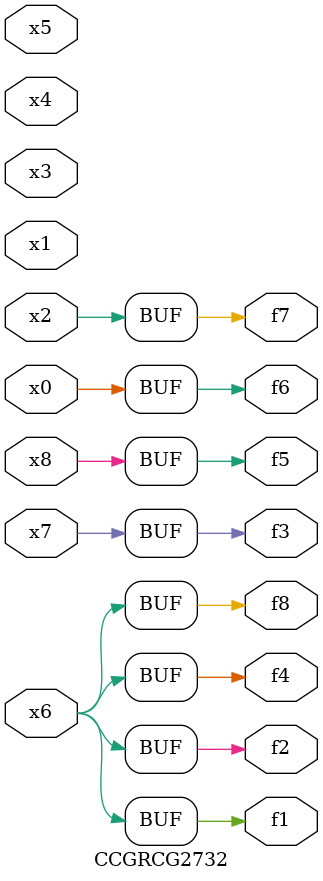
<source format=v>
module CCGRCG2732(
	input x0, x1, x2, x3, x4, x5, x6, x7, x8,
	output f1, f2, f3, f4, f5, f6, f7, f8
);
	assign f1 = x6;
	assign f2 = x6;
	assign f3 = x7;
	assign f4 = x6;
	assign f5 = x8;
	assign f6 = x0;
	assign f7 = x2;
	assign f8 = x6;
endmodule

</source>
